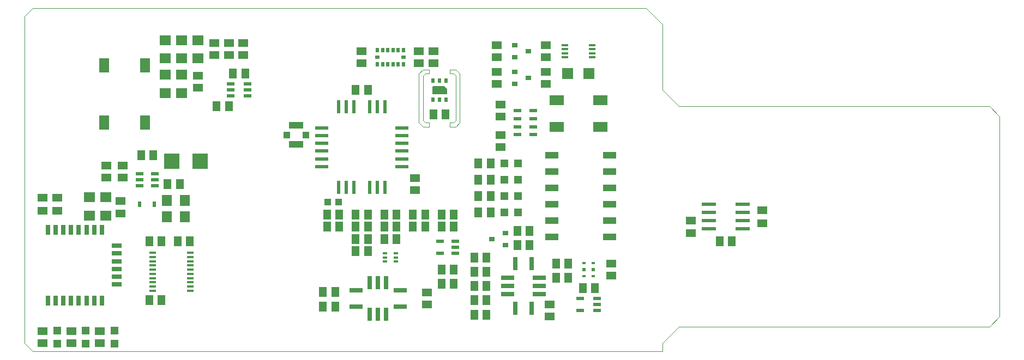
<source format=gtp>
G75*
%MOIN*%
%OFA0B0*%
%FSLAX26Y26*%
%IPPOS*%
%LPD*%
%AMOC8*
5,1,8,0,0,1.08239X$1,22.5*
%
%ADD10C,0.000000*%
%ADD11R,0.070866X0.062992*%
%ADD12R,0.051181X0.059055*%
%ADD13R,0.062992X0.086614*%
%ADD14R,0.059055X0.051181*%
%ADD15R,0.059055X0.031496*%
%ADD16R,0.031496X0.059055*%
%ADD17R,0.039000X0.012000*%
%ADD18R,0.062992X0.051181*%
%ADD19R,0.019685X0.031496*%
%ADD20C,0.005000*%
%ADD21R,0.048000X0.021000*%
%ADD22R,0.062992X0.070866*%
%ADD23R,0.024803X0.032677*%
%ADD24R,0.094488X0.094488*%
%ADD25R,0.070984X0.062992*%
%ADD26R,0.023622X0.015748*%
%ADD27R,0.023622X0.023622*%
%ADD28R,0.047244X0.021654*%
%ADD29R,0.078740X0.027559*%
%ADD30R,0.027559X0.078740*%
%ADD31R,0.035433X0.031496*%
%ADD32R,0.079000X0.043000*%
%ADD33R,0.042000X0.014000*%
%ADD34R,0.070866X0.070866*%
%ADD35R,0.031496X0.019685*%
%ADD36R,0.090551X0.059055*%
%ADD37R,0.047244X0.047244*%
%ADD38R,0.047244X0.019685*%
%ADD39R,0.031496X0.013780*%
%ADD40R,0.078740X0.023622*%
%ADD41R,0.023622X0.078740*%
%ADD42R,0.086614X0.041339*%
%ADD43R,0.039370X0.039370*%
%ADD44R,0.043307X0.039370*%
%ADD45R,0.050000X0.022000*%
%ADD46R,0.086614X0.023622*%
%ADD47R,0.048000X0.020000*%
D10*
X00207480Y00100000D02*
X00207480Y02100000D01*
X00257480Y02150000D01*
X04007480Y02150000D01*
X04107480Y02050000D01*
X04107480Y01650000D01*
X04207480Y01550000D01*
X06107480Y01550000D01*
X06169980Y01487500D01*
X06169980Y00262500D01*
X06107480Y00200000D01*
X04207480Y00200000D01*
X04107480Y00100000D01*
X04107480Y00050000D01*
X00257480Y00050000D01*
X00207480Y00100000D01*
X02619980Y01450000D02*
X02644980Y01425000D01*
X02682480Y01425000D01*
X02682480Y01450000D01*
X02657480Y01450000D01*
X02644980Y01462500D01*
X02644980Y01737500D01*
X02657480Y01750000D01*
X02682480Y01750000D01*
X02682480Y01775000D01*
X02644980Y01775000D01*
X02619980Y01750000D01*
X02619980Y01450000D01*
X02807480Y01450000D02*
X02807480Y01425000D01*
X02844980Y01425000D01*
X02869980Y01450000D01*
X02869980Y01750000D01*
X02844980Y01775000D01*
X02807480Y01775000D01*
X02807480Y01750000D01*
X02832480Y01750000D01*
X02844980Y01737500D01*
X02844980Y01462500D01*
X02832480Y01450000D01*
X02807480Y01450000D01*
D11*
X01269980Y01844882D03*
X01169980Y01844882D03*
X01069980Y01844882D03*
X01069980Y01742618D03*
X01169980Y01742618D03*
X01169980Y01632382D03*
X01069980Y01632382D03*
X01069980Y01955118D03*
X01169980Y01955118D03*
X01269980Y01955118D03*
D12*
X01482579Y01750000D03*
X01557382Y01750000D03*
X01457382Y01550000D03*
X01382579Y01550000D03*
X00995079Y01250000D03*
X00920276Y01250000D03*
X01083169Y01074803D03*
X01157972Y01074803D03*
X02057579Y00887500D03*
X02132382Y00887500D03*
X02232579Y00887500D03*
X02307382Y00887500D03*
X02407579Y00887500D03*
X02482382Y00887500D03*
X02582579Y00887500D03*
X02657382Y00887500D03*
X02757579Y00887500D03*
X02832382Y00887500D03*
X02832382Y00812500D03*
X02757579Y00812500D03*
X02657382Y00812500D03*
X02582579Y00812500D03*
X02482382Y00812500D03*
X02407579Y00812500D03*
X02307382Y00812500D03*
X02232579Y00812500D03*
X02132382Y00812500D03*
X02057579Y00812500D03*
X02232579Y00737500D03*
X02307382Y00737500D03*
X02407579Y00737500D03*
X02482382Y00737500D03*
X02307382Y00662500D03*
X02232579Y00662500D03*
X02757579Y00550000D03*
X02832382Y00550000D03*
X02957579Y00537500D03*
X03032382Y00537500D03*
X03032382Y00450000D03*
X02957579Y00450000D03*
X02832382Y00462500D03*
X02757579Y00462500D03*
X02957579Y00362500D03*
X03032382Y00362500D03*
X03032382Y00275000D03*
X02957579Y00275000D03*
X03457579Y00500000D03*
X03532382Y00500000D03*
X03620079Y00437500D03*
X03694882Y00437500D03*
X03532382Y00587500D03*
X03457579Y00587500D03*
X03294882Y00700000D03*
X03220079Y00700000D03*
X03220079Y00787500D03*
X03294882Y00787500D03*
X03057382Y00900000D03*
X02982579Y00900000D03*
X02982579Y01000000D03*
X03057382Y01000000D03*
X03057382Y01100000D03*
X02982579Y01100000D03*
X02982579Y01200000D03*
X03057382Y01200000D03*
X02782382Y01500000D03*
X02707579Y01500000D03*
X02307382Y01650000D03*
X02232579Y01650000D03*
X01218996Y00723130D03*
X01144193Y00723130D03*
X01045669Y00725591D03*
X00970866Y00725591D03*
X00970079Y00362500D03*
X01044882Y00362500D03*
X02032579Y00325000D03*
X02107382Y00325000D03*
X02107382Y00412500D03*
X02032579Y00412500D03*
X02957579Y00625000D03*
X03032382Y00625000D03*
X04457579Y00725000D03*
X04532382Y00725000D03*
D13*
X00945965Y01450000D03*
X00693996Y01450000D03*
X00693996Y01800000D03*
X00945965Y01800000D03*
D14*
X01269980Y01737402D03*
X01269980Y01662598D03*
X01369980Y01862598D03*
X01457480Y01862598D03*
X01544980Y01862598D03*
X01544980Y01937402D03*
X01457480Y01937402D03*
X01369980Y01937402D03*
X02269980Y01887402D03*
X02269980Y01812598D03*
X02619980Y01812598D03*
X02707480Y01812598D03*
X02707480Y01887402D03*
X02619980Y01887402D03*
X03094980Y01850098D03*
X03094980Y01924902D03*
X03394980Y01924902D03*
X03394980Y01850098D03*
X03394980Y01762402D03*
X03394980Y01687598D03*
X03094980Y01687598D03*
X03094980Y01762402D03*
X03119980Y01562402D03*
X03119980Y01487598D03*
X03119980Y01374902D03*
X03119980Y01300098D03*
X02594980Y01112402D03*
X02594980Y01037598D03*
X03794980Y00587402D03*
X03794980Y00512598D03*
X03419980Y00337402D03*
X03419980Y00262598D03*
X02669980Y00337598D03*
X02669980Y00412402D03*
X04282480Y00775098D03*
X04282480Y00849902D03*
X00807480Y01112598D03*
X00707480Y01112598D03*
X00707480Y01187402D03*
X00807480Y01187402D03*
X00794980Y00969980D03*
X00794980Y00895177D03*
X00669980Y00174902D03*
X00494980Y00174902D03*
X00319980Y00174902D03*
X00319980Y00100098D03*
X00494980Y00100098D03*
X00669980Y00100098D03*
D15*
X00770374Y00460236D03*
X00770374Y00507480D03*
X00770374Y00554724D03*
X00770374Y00601969D03*
X00770374Y00649213D03*
X00770374Y00696457D03*
D16*
X00681791Y00794882D03*
X00634547Y00794882D03*
X00587303Y00794882D03*
X00540059Y00794882D03*
X00492815Y00794882D03*
X00445571Y00794882D03*
X00398327Y00794882D03*
X00351083Y00794882D03*
X00351083Y00361811D03*
X00398327Y00361811D03*
X00445571Y00361811D03*
X00492815Y00361811D03*
X00540059Y00361811D03*
X00587303Y00361811D03*
X00634547Y00361811D03*
X00681791Y00361811D03*
D17*
X00992606Y00422343D03*
X00992606Y00447933D03*
X00992606Y00473524D03*
X00992606Y00499114D03*
X00992606Y00524705D03*
X00992606Y00550295D03*
X00992606Y00575886D03*
X00992606Y00601476D03*
X00992606Y00627067D03*
X00992606Y00652657D03*
X01222354Y00652657D03*
X01222354Y00627067D03*
X01222354Y00601476D03*
X01222354Y00575886D03*
X01222354Y00550295D03*
X01222354Y00524705D03*
X01222354Y00499114D03*
X01222354Y00473524D03*
X01222354Y00447933D03*
X01222354Y00422343D03*
D18*
X00407480Y00910630D03*
X00319980Y00910630D03*
X00319980Y00989370D03*
X00407480Y00989370D03*
X04719980Y00914370D03*
X04719980Y00835630D03*
D19*
X02784350Y01590945D03*
X02744980Y01590945D03*
X02705610Y01590945D03*
X02705610Y01709055D03*
X02744980Y01709055D03*
X02784350Y01709055D03*
X02523720Y01806693D03*
X02492224Y01806693D03*
X02460728Y01806693D03*
X02429232Y01806693D03*
X02397736Y01806693D03*
X02366240Y01806693D03*
X02366240Y01893307D03*
X02397736Y01893307D03*
X02429232Y01893307D03*
X02460728Y01893307D03*
X02492224Y01893307D03*
X02523720Y01893307D03*
D20*
X02703642Y01671654D02*
X02770571Y01671654D01*
X02788287Y01653937D01*
X02788287Y01628346D01*
X02703642Y01628346D01*
X02703642Y01671654D01*
X02703642Y01669522D02*
X02772703Y01669522D01*
X02777701Y01664523D02*
X02703642Y01664523D01*
X02703642Y01659525D02*
X02782700Y01659525D01*
X02787698Y01654526D02*
X02703642Y01654526D01*
X02703642Y01649528D02*
X02788287Y01649528D01*
X02788287Y01644529D02*
X02703642Y01644529D01*
X02703642Y01639531D02*
X02788287Y01639531D01*
X02788287Y01634532D02*
X02703642Y01634532D01*
X02703642Y01629533D02*
X02788287Y01629533D01*
D21*
X01003480Y01137000D03*
X01003480Y01100000D03*
X01003480Y01063000D03*
X00911480Y01063000D03*
X00911480Y01100000D03*
X00911480Y01137000D03*
D22*
X01077559Y00975000D03*
X01187795Y00975000D03*
X01187795Y00875000D03*
X01077559Y00875000D03*
D23*
X01002756Y00950000D03*
X00912205Y00950000D03*
D24*
X01108366Y01212500D03*
X01281594Y01212500D03*
D25*
X00705906Y00993681D03*
X00605906Y00993681D03*
X00605906Y00881713D03*
X00705906Y00881713D03*
D26*
X03629921Y00589370D03*
X03685039Y00589370D03*
X03685039Y00510630D03*
X03629921Y00510630D03*
D27*
X03629921Y00550000D03*
X03685039Y00550000D03*
D28*
X03708665Y00374902D03*
X03708665Y00337500D03*
X03708665Y00300098D03*
X03606295Y00300098D03*
X03606295Y00374902D03*
D29*
X03353937Y00400000D03*
X03353937Y00450000D03*
X03353937Y00500000D03*
X03161024Y00500000D03*
X03161024Y00450000D03*
X03161024Y00400000D03*
X02505807Y00425000D03*
X02505807Y00325000D03*
X02234154Y00325000D03*
X02234154Y00425000D03*
D30*
X02319980Y00471457D03*
X02369980Y00471457D03*
X02419980Y00471457D03*
X02419980Y00278543D03*
X02369980Y00278543D03*
X02319980Y00278543D03*
X03207480Y00314173D03*
X03307480Y00314173D03*
X03307480Y00585827D03*
X03207480Y00585827D03*
D31*
X03146850Y00700098D03*
X03064173Y00737500D03*
X03146850Y00774902D03*
X03205610Y01687598D03*
X03288287Y01725000D03*
X03205610Y01762402D03*
X03205610Y01850098D03*
X03288287Y01887500D03*
X03205610Y01924902D03*
D32*
X03430480Y01250000D03*
X03430480Y01150000D03*
X03430480Y01050000D03*
X03430480Y00950000D03*
X03430480Y00850000D03*
X03430480Y00750000D03*
X03784480Y00750000D03*
X03784480Y00850000D03*
X03784480Y00950000D03*
X03784480Y01050000D03*
X03784480Y01150000D03*
X03784480Y01250000D03*
D33*
X03678980Y01849500D03*
X03678980Y01874500D03*
X03678980Y01900500D03*
X03678980Y01925500D03*
X03510980Y01925500D03*
X03510980Y01900500D03*
X03510980Y01874500D03*
X03510980Y01849500D03*
D34*
X03530020Y01750000D03*
X03659941Y01750000D03*
D35*
X02523720Y01850000D03*
X02366240Y01850000D03*
D36*
X03463091Y01587500D03*
X03726870Y01587500D03*
X03726870Y01425000D03*
X03463091Y01425000D03*
D37*
X03223819Y01200000D03*
X03141142Y01200000D03*
X03141142Y01100000D03*
X03223819Y01100000D03*
X03223819Y01000000D03*
X03141142Y01000000D03*
X03141142Y00900000D03*
X03223819Y00900000D03*
X00757480Y00178839D03*
X00582480Y00178839D03*
X00407480Y00178839D03*
X00407480Y00096161D03*
X00582480Y00096161D03*
X00757480Y00096161D03*
D38*
X03222736Y01376181D03*
X03317224Y01376181D03*
X03317224Y01425394D03*
X03222736Y01425394D03*
X03222736Y01474606D03*
X03317224Y01474606D03*
X03317224Y01523819D03*
X03222736Y01523819D03*
D39*
X02478445Y00650591D03*
X02411516Y00650591D03*
X02411516Y00625000D03*
X02411516Y00599409D03*
X02478445Y00599409D03*
X02478445Y00625000D03*
D40*
X02516043Y01181890D03*
X02516043Y01229134D03*
X02516043Y01276378D03*
X02516043Y01323622D03*
X02516043Y01370866D03*
X02516043Y01418110D03*
X02023917Y01418110D03*
X02023917Y01370866D03*
X02023917Y01323622D03*
X02023917Y01276378D03*
X02023917Y01229134D03*
X02023917Y01181890D03*
D41*
X02128248Y01053937D03*
X02175492Y01053937D03*
X02222736Y01053937D03*
X02317224Y01053937D03*
X02364469Y01053937D03*
X02411713Y01053937D03*
X02411713Y01546063D03*
X02364469Y01546063D03*
X02317224Y01546063D03*
X02222736Y01546063D03*
X02175492Y01546063D03*
X02128248Y01546063D03*
D42*
X01869980Y01434055D03*
X01869980Y01315945D03*
D43*
X01810925Y01375000D03*
X01929035Y01375000D03*
D44*
X02061516Y00962500D03*
X02128445Y00962500D03*
D45*
X01570980Y01613000D03*
X01570980Y01650000D03*
X01570980Y01687000D03*
X01468980Y01687000D03*
X01468980Y01650000D03*
X01468980Y01613000D03*
D46*
X04392618Y00950000D03*
X04392618Y00900000D03*
X04392618Y00850000D03*
X04392618Y00800000D03*
X04597343Y00800000D03*
X04597343Y00850000D03*
X04597343Y00900000D03*
X04597343Y00950000D03*
D47*
X02842980Y00724500D03*
X02842980Y00687500D03*
X02842980Y00650500D03*
X02746980Y00650500D03*
X02746980Y00724500D03*
M02*

</source>
